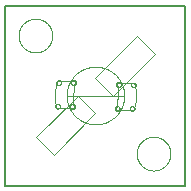
<source format=gtl>
G75*
%MOIN*%
%OFA0B0*%
%FSLAX25Y25*%
%IPPOS*%
%LPD*%
%AMOC8*
5,1,8,0,0,1.08239X$1,22.5*
%
%ADD10C,0.00600*%
%ADD11C,0.00039*%
D10*
X0001300Y0001300D02*
X0001300Y0061300D01*
X0061300Y0061300D01*
X0061300Y0001300D01*
X0001300Y0001300D01*
D11*
X0011615Y0017520D02*
X0017520Y0011615D01*
X0031300Y0025394D01*
X0025394Y0031300D01*
X0011615Y0017520D01*
X0018387Y0027087D02*
X0024056Y0027087D01*
X0022836Y0027639D02*
X0022838Y0027695D01*
X0022844Y0027750D01*
X0022854Y0027804D01*
X0022867Y0027858D01*
X0022885Y0027911D01*
X0022906Y0027962D01*
X0022930Y0028012D01*
X0022958Y0028060D01*
X0022990Y0028106D01*
X0023024Y0028150D01*
X0023062Y0028191D01*
X0023102Y0028229D01*
X0023145Y0028264D01*
X0023190Y0028296D01*
X0023238Y0028325D01*
X0023287Y0028351D01*
X0023338Y0028373D01*
X0023390Y0028391D01*
X0023444Y0028405D01*
X0023499Y0028416D01*
X0023554Y0028423D01*
X0023609Y0028426D01*
X0023665Y0028425D01*
X0023720Y0028420D01*
X0023775Y0028411D01*
X0023829Y0028399D01*
X0023882Y0028382D01*
X0023934Y0028362D01*
X0023984Y0028338D01*
X0024032Y0028311D01*
X0024079Y0028281D01*
X0024123Y0028247D01*
X0024165Y0028210D01*
X0024203Y0028170D01*
X0024240Y0028128D01*
X0024273Y0028083D01*
X0024302Y0028037D01*
X0024329Y0027988D01*
X0024351Y0027937D01*
X0024371Y0027885D01*
X0024386Y0027831D01*
X0024398Y0027777D01*
X0024406Y0027722D01*
X0024410Y0027667D01*
X0024410Y0027611D01*
X0024406Y0027556D01*
X0024398Y0027501D01*
X0024386Y0027447D01*
X0024371Y0027393D01*
X0024351Y0027341D01*
X0024329Y0027290D01*
X0024302Y0027241D01*
X0024273Y0027195D01*
X0024240Y0027150D01*
X0024203Y0027108D01*
X0024165Y0027068D01*
X0024123Y0027031D01*
X0024079Y0026997D01*
X0024032Y0026967D01*
X0023984Y0026940D01*
X0023934Y0026916D01*
X0023882Y0026896D01*
X0023829Y0026879D01*
X0023775Y0026867D01*
X0023720Y0026858D01*
X0023665Y0026853D01*
X0023609Y0026852D01*
X0023554Y0026855D01*
X0023499Y0026862D01*
X0023444Y0026873D01*
X0023390Y0026887D01*
X0023338Y0026905D01*
X0023287Y0026927D01*
X0023238Y0026953D01*
X0023190Y0026982D01*
X0023145Y0027014D01*
X0023102Y0027049D01*
X0023062Y0027087D01*
X0023024Y0027128D01*
X0022990Y0027172D01*
X0022958Y0027218D01*
X0022930Y0027266D01*
X0022906Y0027316D01*
X0022885Y0027367D01*
X0022867Y0027420D01*
X0022854Y0027474D01*
X0022844Y0027528D01*
X0022838Y0027583D01*
X0022836Y0027639D01*
X0021694Y0031300D02*
X0037206Y0031300D01*
X0050985Y0045080D01*
X0045080Y0050985D01*
X0031300Y0037206D01*
X0037206Y0031300D01*
X0040906Y0031300D01*
X0025394Y0031300D01*
X0021694Y0031300D01*
X0017875Y0027757D02*
X0017877Y0027813D01*
X0017883Y0027868D01*
X0017893Y0027922D01*
X0017906Y0027976D01*
X0017924Y0028029D01*
X0017945Y0028080D01*
X0017969Y0028130D01*
X0017997Y0028178D01*
X0018029Y0028224D01*
X0018063Y0028268D01*
X0018101Y0028309D01*
X0018141Y0028347D01*
X0018184Y0028382D01*
X0018229Y0028414D01*
X0018277Y0028443D01*
X0018326Y0028469D01*
X0018377Y0028491D01*
X0018429Y0028509D01*
X0018483Y0028523D01*
X0018538Y0028534D01*
X0018593Y0028541D01*
X0018648Y0028544D01*
X0018704Y0028543D01*
X0018759Y0028538D01*
X0018814Y0028529D01*
X0018868Y0028517D01*
X0018921Y0028500D01*
X0018973Y0028480D01*
X0019023Y0028456D01*
X0019071Y0028429D01*
X0019118Y0028399D01*
X0019162Y0028365D01*
X0019204Y0028328D01*
X0019242Y0028288D01*
X0019279Y0028246D01*
X0019312Y0028201D01*
X0019341Y0028155D01*
X0019368Y0028106D01*
X0019390Y0028055D01*
X0019410Y0028003D01*
X0019425Y0027949D01*
X0019437Y0027895D01*
X0019445Y0027840D01*
X0019449Y0027785D01*
X0019449Y0027729D01*
X0019445Y0027674D01*
X0019437Y0027619D01*
X0019425Y0027565D01*
X0019410Y0027511D01*
X0019390Y0027459D01*
X0019368Y0027408D01*
X0019341Y0027359D01*
X0019312Y0027313D01*
X0019279Y0027268D01*
X0019242Y0027226D01*
X0019204Y0027186D01*
X0019162Y0027149D01*
X0019118Y0027115D01*
X0019071Y0027085D01*
X0019023Y0027058D01*
X0018973Y0027034D01*
X0018921Y0027014D01*
X0018868Y0026997D01*
X0018814Y0026985D01*
X0018759Y0026976D01*
X0018704Y0026971D01*
X0018648Y0026970D01*
X0018593Y0026973D01*
X0018538Y0026980D01*
X0018483Y0026991D01*
X0018429Y0027005D01*
X0018377Y0027023D01*
X0018326Y0027045D01*
X0018277Y0027071D01*
X0018229Y0027100D01*
X0018184Y0027132D01*
X0018141Y0027167D01*
X0018101Y0027205D01*
X0018063Y0027246D01*
X0018029Y0027290D01*
X0017997Y0027336D01*
X0017969Y0027384D01*
X0017945Y0027434D01*
X0017924Y0027485D01*
X0017906Y0027538D01*
X0017893Y0027592D01*
X0017883Y0027646D01*
X0017877Y0027701D01*
X0017875Y0027757D01*
X0018269Y0035631D02*
X0018271Y0035687D01*
X0018277Y0035742D01*
X0018287Y0035796D01*
X0018300Y0035850D01*
X0018318Y0035903D01*
X0018339Y0035954D01*
X0018363Y0036004D01*
X0018391Y0036052D01*
X0018423Y0036098D01*
X0018457Y0036142D01*
X0018495Y0036183D01*
X0018535Y0036221D01*
X0018578Y0036256D01*
X0018623Y0036288D01*
X0018671Y0036317D01*
X0018720Y0036343D01*
X0018771Y0036365D01*
X0018823Y0036383D01*
X0018877Y0036397D01*
X0018932Y0036408D01*
X0018987Y0036415D01*
X0019042Y0036418D01*
X0019098Y0036417D01*
X0019153Y0036412D01*
X0019208Y0036403D01*
X0019262Y0036391D01*
X0019315Y0036374D01*
X0019367Y0036354D01*
X0019417Y0036330D01*
X0019465Y0036303D01*
X0019512Y0036273D01*
X0019556Y0036239D01*
X0019598Y0036202D01*
X0019636Y0036162D01*
X0019673Y0036120D01*
X0019706Y0036075D01*
X0019735Y0036029D01*
X0019762Y0035980D01*
X0019784Y0035929D01*
X0019804Y0035877D01*
X0019819Y0035823D01*
X0019831Y0035769D01*
X0019839Y0035714D01*
X0019843Y0035659D01*
X0019843Y0035603D01*
X0019839Y0035548D01*
X0019831Y0035493D01*
X0019819Y0035439D01*
X0019804Y0035385D01*
X0019784Y0035333D01*
X0019762Y0035282D01*
X0019735Y0035233D01*
X0019706Y0035187D01*
X0019673Y0035142D01*
X0019636Y0035100D01*
X0019598Y0035060D01*
X0019556Y0035023D01*
X0019512Y0034989D01*
X0019465Y0034959D01*
X0019417Y0034932D01*
X0019367Y0034908D01*
X0019315Y0034888D01*
X0019262Y0034871D01*
X0019208Y0034859D01*
X0019153Y0034850D01*
X0019098Y0034845D01*
X0019042Y0034844D01*
X0018987Y0034847D01*
X0018932Y0034854D01*
X0018877Y0034865D01*
X0018823Y0034879D01*
X0018771Y0034897D01*
X0018720Y0034919D01*
X0018671Y0034945D01*
X0018623Y0034974D01*
X0018578Y0035006D01*
X0018535Y0035041D01*
X0018495Y0035079D01*
X0018457Y0035120D01*
X0018423Y0035164D01*
X0018391Y0035210D01*
X0018363Y0035258D01*
X0018339Y0035308D01*
X0018318Y0035359D01*
X0018300Y0035412D01*
X0018287Y0035466D01*
X0018277Y0035520D01*
X0018271Y0035575D01*
X0018269Y0035631D01*
X0018623Y0036143D02*
X0024489Y0036143D01*
X0023230Y0035631D02*
X0023232Y0035687D01*
X0023238Y0035742D01*
X0023248Y0035796D01*
X0023261Y0035850D01*
X0023279Y0035903D01*
X0023300Y0035954D01*
X0023324Y0036004D01*
X0023352Y0036052D01*
X0023384Y0036098D01*
X0023418Y0036142D01*
X0023456Y0036183D01*
X0023496Y0036221D01*
X0023539Y0036256D01*
X0023584Y0036288D01*
X0023632Y0036317D01*
X0023681Y0036343D01*
X0023732Y0036365D01*
X0023784Y0036383D01*
X0023838Y0036397D01*
X0023893Y0036408D01*
X0023948Y0036415D01*
X0024003Y0036418D01*
X0024059Y0036417D01*
X0024114Y0036412D01*
X0024169Y0036403D01*
X0024223Y0036391D01*
X0024276Y0036374D01*
X0024328Y0036354D01*
X0024378Y0036330D01*
X0024426Y0036303D01*
X0024473Y0036273D01*
X0024517Y0036239D01*
X0024559Y0036202D01*
X0024597Y0036162D01*
X0024634Y0036120D01*
X0024667Y0036075D01*
X0024696Y0036029D01*
X0024723Y0035980D01*
X0024745Y0035929D01*
X0024765Y0035877D01*
X0024780Y0035823D01*
X0024792Y0035769D01*
X0024800Y0035714D01*
X0024804Y0035659D01*
X0024804Y0035603D01*
X0024800Y0035548D01*
X0024792Y0035493D01*
X0024780Y0035439D01*
X0024765Y0035385D01*
X0024745Y0035333D01*
X0024723Y0035282D01*
X0024696Y0035233D01*
X0024667Y0035187D01*
X0024634Y0035142D01*
X0024597Y0035100D01*
X0024559Y0035060D01*
X0024517Y0035023D01*
X0024473Y0034989D01*
X0024426Y0034959D01*
X0024378Y0034932D01*
X0024328Y0034908D01*
X0024276Y0034888D01*
X0024223Y0034871D01*
X0024169Y0034859D01*
X0024114Y0034850D01*
X0024059Y0034845D01*
X0024003Y0034844D01*
X0023948Y0034847D01*
X0023893Y0034854D01*
X0023838Y0034865D01*
X0023784Y0034879D01*
X0023732Y0034897D01*
X0023681Y0034919D01*
X0023632Y0034945D01*
X0023584Y0034974D01*
X0023539Y0035006D01*
X0023496Y0035041D01*
X0023456Y0035079D01*
X0023418Y0035120D01*
X0023384Y0035164D01*
X0023352Y0035210D01*
X0023324Y0035258D01*
X0023300Y0035308D01*
X0023279Y0035359D01*
X0023261Y0035412D01*
X0023248Y0035466D01*
X0023238Y0035520D01*
X0023232Y0035575D01*
X0023230Y0035631D01*
X0044213Y0035512D02*
X0044311Y0035185D01*
X0044401Y0034856D01*
X0044483Y0034524D01*
X0044556Y0034190D01*
X0044622Y0033855D01*
X0044679Y0033518D01*
X0044729Y0033180D01*
X0044769Y0032841D01*
X0044802Y0032501D01*
X0044826Y0032160D01*
X0044843Y0031819D01*
X0044850Y0031478D01*
X0044850Y0031136D01*
X0044841Y0030795D01*
X0044824Y0030453D01*
X0044798Y0030113D01*
X0044764Y0029773D01*
X0044722Y0029434D01*
X0044672Y0029096D01*
X0044613Y0028759D01*
X0044546Y0028424D01*
X0044472Y0028091D01*
X0044389Y0027760D01*
X0044298Y0027430D01*
X0044199Y0027103D01*
X0044092Y0026779D01*
X0043977Y0026457D01*
X0038111Y0026457D01*
X0037796Y0026969D02*
X0037798Y0027025D01*
X0037804Y0027080D01*
X0037814Y0027134D01*
X0037827Y0027188D01*
X0037845Y0027241D01*
X0037866Y0027292D01*
X0037890Y0027342D01*
X0037918Y0027390D01*
X0037950Y0027436D01*
X0037984Y0027480D01*
X0038022Y0027521D01*
X0038062Y0027559D01*
X0038105Y0027594D01*
X0038150Y0027626D01*
X0038198Y0027655D01*
X0038247Y0027681D01*
X0038298Y0027703D01*
X0038350Y0027721D01*
X0038404Y0027735D01*
X0038459Y0027746D01*
X0038514Y0027753D01*
X0038569Y0027756D01*
X0038625Y0027755D01*
X0038680Y0027750D01*
X0038735Y0027741D01*
X0038789Y0027729D01*
X0038842Y0027712D01*
X0038894Y0027692D01*
X0038944Y0027668D01*
X0038992Y0027641D01*
X0039039Y0027611D01*
X0039083Y0027577D01*
X0039125Y0027540D01*
X0039163Y0027500D01*
X0039200Y0027458D01*
X0039233Y0027413D01*
X0039262Y0027367D01*
X0039289Y0027318D01*
X0039311Y0027267D01*
X0039331Y0027215D01*
X0039346Y0027161D01*
X0039358Y0027107D01*
X0039366Y0027052D01*
X0039370Y0026997D01*
X0039370Y0026941D01*
X0039366Y0026886D01*
X0039358Y0026831D01*
X0039346Y0026777D01*
X0039331Y0026723D01*
X0039311Y0026671D01*
X0039289Y0026620D01*
X0039262Y0026571D01*
X0039233Y0026525D01*
X0039200Y0026480D01*
X0039163Y0026438D01*
X0039125Y0026398D01*
X0039083Y0026361D01*
X0039039Y0026327D01*
X0038992Y0026297D01*
X0038944Y0026270D01*
X0038894Y0026246D01*
X0038842Y0026226D01*
X0038789Y0026209D01*
X0038735Y0026197D01*
X0038680Y0026188D01*
X0038625Y0026183D01*
X0038569Y0026182D01*
X0038514Y0026185D01*
X0038459Y0026192D01*
X0038404Y0026203D01*
X0038350Y0026217D01*
X0038298Y0026235D01*
X0038247Y0026257D01*
X0038198Y0026283D01*
X0038150Y0026312D01*
X0038105Y0026344D01*
X0038062Y0026379D01*
X0038022Y0026417D01*
X0037984Y0026458D01*
X0037950Y0026502D01*
X0037918Y0026548D01*
X0037890Y0026596D01*
X0037866Y0026646D01*
X0037845Y0026697D01*
X0037827Y0026750D01*
X0037814Y0026804D01*
X0037804Y0026858D01*
X0037798Y0026913D01*
X0037796Y0026969D01*
X0042757Y0026969D02*
X0042759Y0027025D01*
X0042765Y0027080D01*
X0042775Y0027134D01*
X0042788Y0027188D01*
X0042806Y0027241D01*
X0042827Y0027292D01*
X0042851Y0027342D01*
X0042879Y0027390D01*
X0042911Y0027436D01*
X0042945Y0027480D01*
X0042983Y0027521D01*
X0043023Y0027559D01*
X0043066Y0027594D01*
X0043111Y0027626D01*
X0043159Y0027655D01*
X0043208Y0027681D01*
X0043259Y0027703D01*
X0043311Y0027721D01*
X0043365Y0027735D01*
X0043420Y0027746D01*
X0043475Y0027753D01*
X0043530Y0027756D01*
X0043586Y0027755D01*
X0043641Y0027750D01*
X0043696Y0027741D01*
X0043750Y0027729D01*
X0043803Y0027712D01*
X0043855Y0027692D01*
X0043905Y0027668D01*
X0043953Y0027641D01*
X0044000Y0027611D01*
X0044044Y0027577D01*
X0044086Y0027540D01*
X0044124Y0027500D01*
X0044161Y0027458D01*
X0044194Y0027413D01*
X0044223Y0027367D01*
X0044250Y0027318D01*
X0044272Y0027267D01*
X0044292Y0027215D01*
X0044307Y0027161D01*
X0044319Y0027107D01*
X0044327Y0027052D01*
X0044331Y0026997D01*
X0044331Y0026941D01*
X0044327Y0026886D01*
X0044319Y0026831D01*
X0044307Y0026777D01*
X0044292Y0026723D01*
X0044272Y0026671D01*
X0044250Y0026620D01*
X0044223Y0026571D01*
X0044194Y0026525D01*
X0044161Y0026480D01*
X0044124Y0026438D01*
X0044086Y0026398D01*
X0044044Y0026361D01*
X0044000Y0026327D01*
X0043953Y0026297D01*
X0043905Y0026270D01*
X0043855Y0026246D01*
X0043803Y0026226D01*
X0043750Y0026209D01*
X0043696Y0026197D01*
X0043641Y0026188D01*
X0043586Y0026183D01*
X0043530Y0026182D01*
X0043475Y0026185D01*
X0043420Y0026192D01*
X0043365Y0026203D01*
X0043311Y0026217D01*
X0043259Y0026235D01*
X0043208Y0026257D01*
X0043159Y0026283D01*
X0043111Y0026312D01*
X0043066Y0026344D01*
X0043023Y0026379D01*
X0042983Y0026417D01*
X0042945Y0026458D01*
X0042911Y0026502D01*
X0042879Y0026548D01*
X0042851Y0026596D01*
X0042827Y0026646D01*
X0042806Y0026697D01*
X0042788Y0026750D01*
X0042775Y0026804D01*
X0042765Y0026858D01*
X0042759Y0026913D01*
X0042757Y0026969D01*
X0043151Y0034843D02*
X0043153Y0034899D01*
X0043159Y0034954D01*
X0043169Y0035008D01*
X0043182Y0035062D01*
X0043200Y0035115D01*
X0043221Y0035166D01*
X0043245Y0035216D01*
X0043273Y0035264D01*
X0043305Y0035310D01*
X0043339Y0035354D01*
X0043377Y0035395D01*
X0043417Y0035433D01*
X0043460Y0035468D01*
X0043505Y0035500D01*
X0043553Y0035529D01*
X0043602Y0035555D01*
X0043653Y0035577D01*
X0043705Y0035595D01*
X0043759Y0035609D01*
X0043814Y0035620D01*
X0043869Y0035627D01*
X0043924Y0035630D01*
X0043980Y0035629D01*
X0044035Y0035624D01*
X0044090Y0035615D01*
X0044144Y0035603D01*
X0044197Y0035586D01*
X0044249Y0035566D01*
X0044299Y0035542D01*
X0044347Y0035515D01*
X0044394Y0035485D01*
X0044438Y0035451D01*
X0044480Y0035414D01*
X0044518Y0035374D01*
X0044555Y0035332D01*
X0044588Y0035287D01*
X0044617Y0035241D01*
X0044644Y0035192D01*
X0044666Y0035141D01*
X0044686Y0035089D01*
X0044701Y0035035D01*
X0044713Y0034981D01*
X0044721Y0034926D01*
X0044725Y0034871D01*
X0044725Y0034815D01*
X0044721Y0034760D01*
X0044713Y0034705D01*
X0044701Y0034651D01*
X0044686Y0034597D01*
X0044666Y0034545D01*
X0044644Y0034494D01*
X0044617Y0034445D01*
X0044588Y0034399D01*
X0044555Y0034354D01*
X0044518Y0034312D01*
X0044480Y0034272D01*
X0044438Y0034235D01*
X0044394Y0034201D01*
X0044347Y0034171D01*
X0044299Y0034144D01*
X0044249Y0034120D01*
X0044197Y0034100D01*
X0044144Y0034083D01*
X0044090Y0034071D01*
X0044035Y0034062D01*
X0043980Y0034057D01*
X0043924Y0034056D01*
X0043869Y0034059D01*
X0043814Y0034066D01*
X0043759Y0034077D01*
X0043705Y0034091D01*
X0043653Y0034109D01*
X0043602Y0034131D01*
X0043553Y0034157D01*
X0043505Y0034186D01*
X0043460Y0034218D01*
X0043417Y0034253D01*
X0043377Y0034291D01*
X0043339Y0034332D01*
X0043305Y0034376D01*
X0043273Y0034422D01*
X0043245Y0034470D01*
X0043221Y0034520D01*
X0043200Y0034571D01*
X0043182Y0034624D01*
X0043169Y0034678D01*
X0043159Y0034732D01*
X0043153Y0034787D01*
X0043151Y0034843D01*
X0044213Y0035513D02*
X0038544Y0035513D01*
X0038190Y0034961D02*
X0038192Y0035017D01*
X0038198Y0035072D01*
X0038208Y0035126D01*
X0038221Y0035180D01*
X0038239Y0035233D01*
X0038260Y0035284D01*
X0038284Y0035334D01*
X0038312Y0035382D01*
X0038344Y0035428D01*
X0038378Y0035472D01*
X0038416Y0035513D01*
X0038456Y0035551D01*
X0038499Y0035586D01*
X0038544Y0035618D01*
X0038592Y0035647D01*
X0038641Y0035673D01*
X0038692Y0035695D01*
X0038744Y0035713D01*
X0038798Y0035727D01*
X0038853Y0035738D01*
X0038908Y0035745D01*
X0038963Y0035748D01*
X0039019Y0035747D01*
X0039074Y0035742D01*
X0039129Y0035733D01*
X0039183Y0035721D01*
X0039236Y0035704D01*
X0039288Y0035684D01*
X0039338Y0035660D01*
X0039386Y0035633D01*
X0039433Y0035603D01*
X0039477Y0035569D01*
X0039519Y0035532D01*
X0039557Y0035492D01*
X0039594Y0035450D01*
X0039627Y0035405D01*
X0039656Y0035359D01*
X0039683Y0035310D01*
X0039705Y0035259D01*
X0039725Y0035207D01*
X0039740Y0035153D01*
X0039752Y0035099D01*
X0039760Y0035044D01*
X0039764Y0034989D01*
X0039764Y0034933D01*
X0039760Y0034878D01*
X0039752Y0034823D01*
X0039740Y0034769D01*
X0039725Y0034715D01*
X0039705Y0034663D01*
X0039683Y0034612D01*
X0039656Y0034563D01*
X0039627Y0034517D01*
X0039594Y0034472D01*
X0039557Y0034430D01*
X0039519Y0034390D01*
X0039477Y0034353D01*
X0039433Y0034319D01*
X0039386Y0034289D01*
X0039338Y0034262D01*
X0039288Y0034238D01*
X0039236Y0034218D01*
X0039183Y0034201D01*
X0039129Y0034189D01*
X0039074Y0034180D01*
X0039019Y0034175D01*
X0038963Y0034174D01*
X0038908Y0034177D01*
X0038853Y0034184D01*
X0038798Y0034195D01*
X0038744Y0034209D01*
X0038692Y0034227D01*
X0038641Y0034249D01*
X0038592Y0034275D01*
X0038544Y0034304D01*
X0038499Y0034336D01*
X0038456Y0034371D01*
X0038416Y0034409D01*
X0038378Y0034450D01*
X0038344Y0034494D01*
X0038312Y0034540D01*
X0038284Y0034588D01*
X0038260Y0034638D01*
X0038239Y0034689D01*
X0038221Y0034742D01*
X0038208Y0034796D01*
X0038198Y0034850D01*
X0038192Y0034905D01*
X0038190Y0034961D01*
X0018623Y0036143D02*
X0018508Y0035821D01*
X0018401Y0035497D01*
X0018302Y0035170D01*
X0018211Y0034840D01*
X0018128Y0034509D01*
X0018054Y0034176D01*
X0017987Y0033841D01*
X0017928Y0033504D01*
X0017878Y0033166D01*
X0017836Y0032827D01*
X0017802Y0032487D01*
X0017776Y0032147D01*
X0017759Y0031805D01*
X0017750Y0031464D01*
X0017750Y0031122D01*
X0017757Y0030781D01*
X0017774Y0030440D01*
X0017798Y0030099D01*
X0017831Y0029759D01*
X0017871Y0029420D01*
X0017921Y0029082D01*
X0017978Y0028745D01*
X0018044Y0028410D01*
X0018117Y0028076D01*
X0018199Y0027744D01*
X0018289Y0027415D01*
X0018387Y0027088D01*
X0038111Y0026458D02*
X0038244Y0027145D01*
X0038360Y0027835D01*
X0038460Y0028528D01*
X0038543Y0029224D01*
X0038610Y0029920D01*
X0038660Y0030619D01*
X0038693Y0031318D01*
X0038710Y0032018D01*
X0038710Y0032718D01*
X0038694Y0033418D01*
X0038660Y0034117D01*
X0038611Y0034816D01*
X0038544Y0035513D01*
X0040907Y0031300D02*
X0040905Y0031067D01*
X0040897Y0030835D01*
X0040884Y0030603D01*
X0040865Y0030371D01*
X0040841Y0030140D01*
X0040810Y0029910D01*
X0040775Y0029680D01*
X0040733Y0029452D01*
X0040687Y0029224D01*
X0040634Y0028998D01*
X0040577Y0028773D01*
X0040513Y0028549D01*
X0040445Y0028327D01*
X0040371Y0028107D01*
X0040291Y0027888D01*
X0040207Y0027672D01*
X0040117Y0027458D01*
X0040022Y0027246D01*
X0039922Y0027036D01*
X0039816Y0026829D01*
X0039706Y0026624D01*
X0039591Y0026422D01*
X0039471Y0026223D01*
X0039346Y0026027D01*
X0039217Y0025834D01*
X0039083Y0025645D01*
X0038944Y0025458D01*
X0038801Y0025275D01*
X0038653Y0025096D01*
X0038501Y0024920D01*
X0038345Y0024748D01*
X0038185Y0024580D01*
X0038020Y0024415D01*
X0037852Y0024255D01*
X0037680Y0024099D01*
X0037504Y0023947D01*
X0037325Y0023799D01*
X0037142Y0023656D01*
X0036955Y0023517D01*
X0036766Y0023383D01*
X0036573Y0023254D01*
X0036377Y0023129D01*
X0036178Y0023009D01*
X0035976Y0022894D01*
X0035771Y0022784D01*
X0035564Y0022678D01*
X0035354Y0022578D01*
X0035142Y0022483D01*
X0034928Y0022393D01*
X0034712Y0022309D01*
X0034493Y0022229D01*
X0034273Y0022155D01*
X0034051Y0022087D01*
X0033827Y0022023D01*
X0033602Y0021966D01*
X0033376Y0021913D01*
X0033148Y0021867D01*
X0032920Y0021825D01*
X0032690Y0021790D01*
X0032460Y0021759D01*
X0032229Y0021735D01*
X0031997Y0021716D01*
X0031765Y0021703D01*
X0031533Y0021695D01*
X0031300Y0021693D01*
X0031300Y0021694D02*
X0031068Y0021697D01*
X0030836Y0021705D01*
X0030604Y0021719D01*
X0030373Y0021738D01*
X0030142Y0021763D01*
X0029912Y0021794D01*
X0029682Y0021830D01*
X0029454Y0021872D01*
X0029227Y0021919D01*
X0029000Y0021972D01*
X0028776Y0022030D01*
X0028552Y0022094D01*
X0028331Y0022163D01*
X0028111Y0022237D01*
X0027893Y0022316D01*
X0027677Y0022401D01*
X0027463Y0022491D01*
X0027251Y0022587D01*
X0027041Y0022687D01*
X0026834Y0022792D01*
X0026630Y0022903D01*
X0026429Y0023018D01*
X0026230Y0023138D01*
X0026034Y0023263D01*
X0025841Y0023392D01*
X0025652Y0023526D01*
X0025466Y0023665D01*
X0025283Y0023808D01*
X0025104Y0023956D01*
X0024928Y0024108D01*
X0024756Y0024264D01*
X0024588Y0024424D01*
X0024424Y0024588D01*
X0024264Y0024756D01*
X0024108Y0024928D01*
X0023956Y0025104D01*
X0023808Y0025283D01*
X0023665Y0025466D01*
X0023526Y0025652D01*
X0023392Y0025841D01*
X0023263Y0026034D01*
X0023138Y0026230D01*
X0023018Y0026429D01*
X0022903Y0026630D01*
X0022792Y0026834D01*
X0022687Y0027041D01*
X0022587Y0027251D01*
X0022491Y0027463D01*
X0022401Y0027677D01*
X0022316Y0027893D01*
X0022237Y0028111D01*
X0022163Y0028331D01*
X0022094Y0028552D01*
X0022030Y0028776D01*
X0021972Y0029000D01*
X0021919Y0029227D01*
X0021872Y0029454D01*
X0021830Y0029682D01*
X0021794Y0029912D01*
X0021763Y0030142D01*
X0021738Y0030373D01*
X0021719Y0030604D01*
X0021705Y0030836D01*
X0021697Y0031068D01*
X0021694Y0031300D01*
X0021693Y0031300D02*
X0021695Y0031533D01*
X0021703Y0031765D01*
X0021716Y0031997D01*
X0021735Y0032229D01*
X0021759Y0032460D01*
X0021790Y0032690D01*
X0021825Y0032920D01*
X0021867Y0033148D01*
X0021913Y0033376D01*
X0021966Y0033602D01*
X0022023Y0033827D01*
X0022087Y0034051D01*
X0022155Y0034273D01*
X0022229Y0034493D01*
X0022309Y0034712D01*
X0022393Y0034928D01*
X0022483Y0035142D01*
X0022578Y0035354D01*
X0022678Y0035564D01*
X0022784Y0035771D01*
X0022894Y0035976D01*
X0023009Y0036178D01*
X0023129Y0036377D01*
X0023254Y0036573D01*
X0023383Y0036766D01*
X0023517Y0036955D01*
X0023656Y0037142D01*
X0023799Y0037325D01*
X0023947Y0037504D01*
X0024099Y0037680D01*
X0024255Y0037852D01*
X0024415Y0038020D01*
X0024580Y0038185D01*
X0024748Y0038345D01*
X0024920Y0038501D01*
X0025096Y0038653D01*
X0025275Y0038801D01*
X0025458Y0038944D01*
X0025645Y0039083D01*
X0025834Y0039217D01*
X0026027Y0039346D01*
X0026223Y0039471D01*
X0026422Y0039591D01*
X0026624Y0039706D01*
X0026829Y0039816D01*
X0027036Y0039922D01*
X0027246Y0040022D01*
X0027458Y0040117D01*
X0027672Y0040207D01*
X0027888Y0040291D01*
X0028107Y0040371D01*
X0028327Y0040445D01*
X0028549Y0040513D01*
X0028773Y0040577D01*
X0028998Y0040634D01*
X0029224Y0040687D01*
X0029452Y0040733D01*
X0029680Y0040775D01*
X0029910Y0040810D01*
X0030140Y0040841D01*
X0030371Y0040865D01*
X0030603Y0040884D01*
X0030835Y0040897D01*
X0031067Y0040905D01*
X0031300Y0040907D01*
X0031300Y0040906D02*
X0031532Y0040903D01*
X0031764Y0040895D01*
X0031996Y0040881D01*
X0032227Y0040862D01*
X0032458Y0040837D01*
X0032688Y0040806D01*
X0032918Y0040770D01*
X0033146Y0040728D01*
X0033373Y0040681D01*
X0033600Y0040628D01*
X0033824Y0040570D01*
X0034048Y0040506D01*
X0034269Y0040437D01*
X0034489Y0040363D01*
X0034707Y0040284D01*
X0034923Y0040199D01*
X0035137Y0040109D01*
X0035349Y0040013D01*
X0035559Y0039913D01*
X0035766Y0039808D01*
X0035970Y0039697D01*
X0036171Y0039582D01*
X0036370Y0039462D01*
X0036566Y0039337D01*
X0036759Y0039208D01*
X0036948Y0039074D01*
X0037134Y0038935D01*
X0037317Y0038792D01*
X0037496Y0038644D01*
X0037672Y0038492D01*
X0037844Y0038336D01*
X0038012Y0038176D01*
X0038176Y0038012D01*
X0038336Y0037844D01*
X0038492Y0037672D01*
X0038644Y0037496D01*
X0038792Y0037317D01*
X0038935Y0037134D01*
X0039074Y0036948D01*
X0039208Y0036759D01*
X0039337Y0036566D01*
X0039462Y0036370D01*
X0039582Y0036171D01*
X0039697Y0035970D01*
X0039808Y0035766D01*
X0039913Y0035559D01*
X0040013Y0035349D01*
X0040109Y0035137D01*
X0040199Y0034923D01*
X0040284Y0034707D01*
X0040363Y0034489D01*
X0040437Y0034269D01*
X0040506Y0034048D01*
X0040570Y0033824D01*
X0040628Y0033600D01*
X0040681Y0033373D01*
X0040728Y0033146D01*
X0040770Y0032918D01*
X0040806Y0032688D01*
X0040837Y0032458D01*
X0040862Y0032227D01*
X0040881Y0031996D01*
X0040895Y0031764D01*
X0040903Y0031532D01*
X0040906Y0031300D01*
X0024489Y0036142D02*
X0024356Y0035455D01*
X0024240Y0034765D01*
X0024140Y0034072D01*
X0024057Y0033376D01*
X0023990Y0032680D01*
X0023940Y0031981D01*
X0023907Y0031282D01*
X0023890Y0030582D01*
X0023890Y0029882D01*
X0023906Y0029182D01*
X0023940Y0028483D01*
X0023989Y0027784D01*
X0024056Y0027087D01*
X0005670Y0051300D02*
X0005672Y0051450D01*
X0005678Y0051600D01*
X0005688Y0051749D01*
X0005702Y0051898D01*
X0005720Y0052047D01*
X0005742Y0052196D01*
X0005767Y0052343D01*
X0005797Y0052490D01*
X0005831Y0052636D01*
X0005868Y0052781D01*
X0005910Y0052925D01*
X0005955Y0053068D01*
X0006004Y0053210D01*
X0006057Y0053350D01*
X0006113Y0053489D01*
X0006173Y0053626D01*
X0006237Y0053762D01*
X0006304Y0053896D01*
X0006375Y0054028D01*
X0006449Y0054158D01*
X0006527Y0054286D01*
X0006608Y0054412D01*
X0006693Y0054536D01*
X0006781Y0054658D01*
X0006872Y0054777D01*
X0006966Y0054893D01*
X0007063Y0055007D01*
X0007163Y0055119D01*
X0007266Y0055228D01*
X0007372Y0055334D01*
X0007481Y0055437D01*
X0007593Y0055537D01*
X0007707Y0055634D01*
X0007823Y0055728D01*
X0007942Y0055819D01*
X0008064Y0055907D01*
X0008188Y0055992D01*
X0008314Y0056073D01*
X0008442Y0056151D01*
X0008572Y0056225D01*
X0008704Y0056296D01*
X0008838Y0056363D01*
X0008974Y0056427D01*
X0009111Y0056487D01*
X0009250Y0056543D01*
X0009390Y0056596D01*
X0009532Y0056645D01*
X0009675Y0056690D01*
X0009819Y0056732D01*
X0009964Y0056769D01*
X0010110Y0056803D01*
X0010257Y0056833D01*
X0010404Y0056858D01*
X0010553Y0056880D01*
X0010702Y0056898D01*
X0010851Y0056912D01*
X0011000Y0056922D01*
X0011150Y0056928D01*
X0011300Y0056930D01*
X0011450Y0056928D01*
X0011600Y0056922D01*
X0011749Y0056912D01*
X0011898Y0056898D01*
X0012047Y0056880D01*
X0012196Y0056858D01*
X0012343Y0056833D01*
X0012490Y0056803D01*
X0012636Y0056769D01*
X0012781Y0056732D01*
X0012925Y0056690D01*
X0013068Y0056645D01*
X0013210Y0056596D01*
X0013350Y0056543D01*
X0013489Y0056487D01*
X0013626Y0056427D01*
X0013762Y0056363D01*
X0013896Y0056296D01*
X0014028Y0056225D01*
X0014158Y0056151D01*
X0014286Y0056073D01*
X0014412Y0055992D01*
X0014536Y0055907D01*
X0014658Y0055819D01*
X0014777Y0055728D01*
X0014893Y0055634D01*
X0015007Y0055537D01*
X0015119Y0055437D01*
X0015228Y0055334D01*
X0015334Y0055228D01*
X0015437Y0055119D01*
X0015537Y0055007D01*
X0015634Y0054893D01*
X0015728Y0054777D01*
X0015819Y0054658D01*
X0015907Y0054536D01*
X0015992Y0054412D01*
X0016073Y0054286D01*
X0016151Y0054158D01*
X0016225Y0054028D01*
X0016296Y0053896D01*
X0016363Y0053762D01*
X0016427Y0053626D01*
X0016487Y0053489D01*
X0016543Y0053350D01*
X0016596Y0053210D01*
X0016645Y0053068D01*
X0016690Y0052925D01*
X0016732Y0052781D01*
X0016769Y0052636D01*
X0016803Y0052490D01*
X0016833Y0052343D01*
X0016858Y0052196D01*
X0016880Y0052047D01*
X0016898Y0051898D01*
X0016912Y0051749D01*
X0016922Y0051600D01*
X0016928Y0051450D01*
X0016930Y0051300D01*
X0016928Y0051150D01*
X0016922Y0051000D01*
X0016912Y0050851D01*
X0016898Y0050702D01*
X0016880Y0050553D01*
X0016858Y0050404D01*
X0016833Y0050257D01*
X0016803Y0050110D01*
X0016769Y0049964D01*
X0016732Y0049819D01*
X0016690Y0049675D01*
X0016645Y0049532D01*
X0016596Y0049390D01*
X0016543Y0049250D01*
X0016487Y0049111D01*
X0016427Y0048974D01*
X0016363Y0048838D01*
X0016296Y0048704D01*
X0016225Y0048572D01*
X0016151Y0048442D01*
X0016073Y0048314D01*
X0015992Y0048188D01*
X0015907Y0048064D01*
X0015819Y0047942D01*
X0015728Y0047823D01*
X0015634Y0047707D01*
X0015537Y0047593D01*
X0015437Y0047481D01*
X0015334Y0047372D01*
X0015228Y0047266D01*
X0015119Y0047163D01*
X0015007Y0047063D01*
X0014893Y0046966D01*
X0014777Y0046872D01*
X0014658Y0046781D01*
X0014536Y0046693D01*
X0014412Y0046608D01*
X0014286Y0046527D01*
X0014158Y0046449D01*
X0014028Y0046375D01*
X0013896Y0046304D01*
X0013762Y0046237D01*
X0013626Y0046173D01*
X0013489Y0046113D01*
X0013350Y0046057D01*
X0013210Y0046004D01*
X0013068Y0045955D01*
X0012925Y0045910D01*
X0012781Y0045868D01*
X0012636Y0045831D01*
X0012490Y0045797D01*
X0012343Y0045767D01*
X0012196Y0045742D01*
X0012047Y0045720D01*
X0011898Y0045702D01*
X0011749Y0045688D01*
X0011600Y0045678D01*
X0011450Y0045672D01*
X0011300Y0045670D01*
X0011150Y0045672D01*
X0011000Y0045678D01*
X0010851Y0045688D01*
X0010702Y0045702D01*
X0010553Y0045720D01*
X0010404Y0045742D01*
X0010257Y0045767D01*
X0010110Y0045797D01*
X0009964Y0045831D01*
X0009819Y0045868D01*
X0009675Y0045910D01*
X0009532Y0045955D01*
X0009390Y0046004D01*
X0009250Y0046057D01*
X0009111Y0046113D01*
X0008974Y0046173D01*
X0008838Y0046237D01*
X0008704Y0046304D01*
X0008572Y0046375D01*
X0008442Y0046449D01*
X0008314Y0046527D01*
X0008188Y0046608D01*
X0008064Y0046693D01*
X0007942Y0046781D01*
X0007823Y0046872D01*
X0007707Y0046966D01*
X0007593Y0047063D01*
X0007481Y0047163D01*
X0007372Y0047266D01*
X0007266Y0047372D01*
X0007163Y0047481D01*
X0007063Y0047593D01*
X0006966Y0047707D01*
X0006872Y0047823D01*
X0006781Y0047942D01*
X0006693Y0048064D01*
X0006608Y0048188D01*
X0006527Y0048314D01*
X0006449Y0048442D01*
X0006375Y0048572D01*
X0006304Y0048704D01*
X0006237Y0048838D01*
X0006173Y0048974D01*
X0006113Y0049111D01*
X0006057Y0049250D01*
X0006004Y0049390D01*
X0005955Y0049532D01*
X0005910Y0049675D01*
X0005868Y0049819D01*
X0005831Y0049964D01*
X0005797Y0050110D01*
X0005767Y0050257D01*
X0005742Y0050404D01*
X0005720Y0050553D01*
X0005702Y0050702D01*
X0005688Y0050851D01*
X0005678Y0051000D01*
X0005672Y0051150D01*
X0005670Y0051300D01*
X0045040Y0011930D02*
X0045042Y0012080D01*
X0045048Y0012230D01*
X0045058Y0012379D01*
X0045072Y0012528D01*
X0045090Y0012677D01*
X0045112Y0012826D01*
X0045137Y0012973D01*
X0045167Y0013120D01*
X0045201Y0013266D01*
X0045238Y0013411D01*
X0045280Y0013555D01*
X0045325Y0013698D01*
X0045374Y0013840D01*
X0045427Y0013980D01*
X0045483Y0014119D01*
X0045543Y0014256D01*
X0045607Y0014392D01*
X0045674Y0014526D01*
X0045745Y0014658D01*
X0045819Y0014788D01*
X0045897Y0014916D01*
X0045978Y0015042D01*
X0046063Y0015166D01*
X0046151Y0015288D01*
X0046242Y0015407D01*
X0046336Y0015523D01*
X0046433Y0015637D01*
X0046533Y0015749D01*
X0046636Y0015858D01*
X0046742Y0015964D01*
X0046851Y0016067D01*
X0046963Y0016167D01*
X0047077Y0016264D01*
X0047193Y0016358D01*
X0047312Y0016449D01*
X0047434Y0016537D01*
X0047558Y0016622D01*
X0047684Y0016703D01*
X0047812Y0016781D01*
X0047942Y0016855D01*
X0048074Y0016926D01*
X0048208Y0016993D01*
X0048344Y0017057D01*
X0048481Y0017117D01*
X0048620Y0017173D01*
X0048760Y0017226D01*
X0048902Y0017275D01*
X0049045Y0017320D01*
X0049189Y0017362D01*
X0049334Y0017399D01*
X0049480Y0017433D01*
X0049627Y0017463D01*
X0049774Y0017488D01*
X0049923Y0017510D01*
X0050072Y0017528D01*
X0050221Y0017542D01*
X0050370Y0017552D01*
X0050520Y0017558D01*
X0050670Y0017560D01*
X0050820Y0017558D01*
X0050970Y0017552D01*
X0051119Y0017542D01*
X0051268Y0017528D01*
X0051417Y0017510D01*
X0051566Y0017488D01*
X0051713Y0017463D01*
X0051860Y0017433D01*
X0052006Y0017399D01*
X0052151Y0017362D01*
X0052295Y0017320D01*
X0052438Y0017275D01*
X0052580Y0017226D01*
X0052720Y0017173D01*
X0052859Y0017117D01*
X0052996Y0017057D01*
X0053132Y0016993D01*
X0053266Y0016926D01*
X0053398Y0016855D01*
X0053528Y0016781D01*
X0053656Y0016703D01*
X0053782Y0016622D01*
X0053906Y0016537D01*
X0054028Y0016449D01*
X0054147Y0016358D01*
X0054263Y0016264D01*
X0054377Y0016167D01*
X0054489Y0016067D01*
X0054598Y0015964D01*
X0054704Y0015858D01*
X0054807Y0015749D01*
X0054907Y0015637D01*
X0055004Y0015523D01*
X0055098Y0015407D01*
X0055189Y0015288D01*
X0055277Y0015166D01*
X0055362Y0015042D01*
X0055443Y0014916D01*
X0055521Y0014788D01*
X0055595Y0014658D01*
X0055666Y0014526D01*
X0055733Y0014392D01*
X0055797Y0014256D01*
X0055857Y0014119D01*
X0055913Y0013980D01*
X0055966Y0013840D01*
X0056015Y0013698D01*
X0056060Y0013555D01*
X0056102Y0013411D01*
X0056139Y0013266D01*
X0056173Y0013120D01*
X0056203Y0012973D01*
X0056228Y0012826D01*
X0056250Y0012677D01*
X0056268Y0012528D01*
X0056282Y0012379D01*
X0056292Y0012230D01*
X0056298Y0012080D01*
X0056300Y0011930D01*
X0056298Y0011780D01*
X0056292Y0011630D01*
X0056282Y0011481D01*
X0056268Y0011332D01*
X0056250Y0011183D01*
X0056228Y0011034D01*
X0056203Y0010887D01*
X0056173Y0010740D01*
X0056139Y0010594D01*
X0056102Y0010449D01*
X0056060Y0010305D01*
X0056015Y0010162D01*
X0055966Y0010020D01*
X0055913Y0009880D01*
X0055857Y0009741D01*
X0055797Y0009604D01*
X0055733Y0009468D01*
X0055666Y0009334D01*
X0055595Y0009202D01*
X0055521Y0009072D01*
X0055443Y0008944D01*
X0055362Y0008818D01*
X0055277Y0008694D01*
X0055189Y0008572D01*
X0055098Y0008453D01*
X0055004Y0008337D01*
X0054907Y0008223D01*
X0054807Y0008111D01*
X0054704Y0008002D01*
X0054598Y0007896D01*
X0054489Y0007793D01*
X0054377Y0007693D01*
X0054263Y0007596D01*
X0054147Y0007502D01*
X0054028Y0007411D01*
X0053906Y0007323D01*
X0053782Y0007238D01*
X0053656Y0007157D01*
X0053528Y0007079D01*
X0053398Y0007005D01*
X0053266Y0006934D01*
X0053132Y0006867D01*
X0052996Y0006803D01*
X0052859Y0006743D01*
X0052720Y0006687D01*
X0052580Y0006634D01*
X0052438Y0006585D01*
X0052295Y0006540D01*
X0052151Y0006498D01*
X0052006Y0006461D01*
X0051860Y0006427D01*
X0051713Y0006397D01*
X0051566Y0006372D01*
X0051417Y0006350D01*
X0051268Y0006332D01*
X0051119Y0006318D01*
X0050970Y0006308D01*
X0050820Y0006302D01*
X0050670Y0006300D01*
X0050520Y0006302D01*
X0050370Y0006308D01*
X0050221Y0006318D01*
X0050072Y0006332D01*
X0049923Y0006350D01*
X0049774Y0006372D01*
X0049627Y0006397D01*
X0049480Y0006427D01*
X0049334Y0006461D01*
X0049189Y0006498D01*
X0049045Y0006540D01*
X0048902Y0006585D01*
X0048760Y0006634D01*
X0048620Y0006687D01*
X0048481Y0006743D01*
X0048344Y0006803D01*
X0048208Y0006867D01*
X0048074Y0006934D01*
X0047942Y0007005D01*
X0047812Y0007079D01*
X0047684Y0007157D01*
X0047558Y0007238D01*
X0047434Y0007323D01*
X0047312Y0007411D01*
X0047193Y0007502D01*
X0047077Y0007596D01*
X0046963Y0007693D01*
X0046851Y0007793D01*
X0046742Y0007896D01*
X0046636Y0008002D01*
X0046533Y0008111D01*
X0046433Y0008223D01*
X0046336Y0008337D01*
X0046242Y0008453D01*
X0046151Y0008572D01*
X0046063Y0008694D01*
X0045978Y0008818D01*
X0045897Y0008944D01*
X0045819Y0009072D01*
X0045745Y0009202D01*
X0045674Y0009334D01*
X0045607Y0009468D01*
X0045543Y0009604D01*
X0045483Y0009741D01*
X0045427Y0009880D01*
X0045374Y0010020D01*
X0045325Y0010162D01*
X0045280Y0010305D01*
X0045238Y0010449D01*
X0045201Y0010594D01*
X0045167Y0010740D01*
X0045137Y0010887D01*
X0045112Y0011034D01*
X0045090Y0011183D01*
X0045072Y0011332D01*
X0045058Y0011481D01*
X0045048Y0011630D01*
X0045042Y0011780D01*
X0045040Y0011930D01*
M02*

</source>
